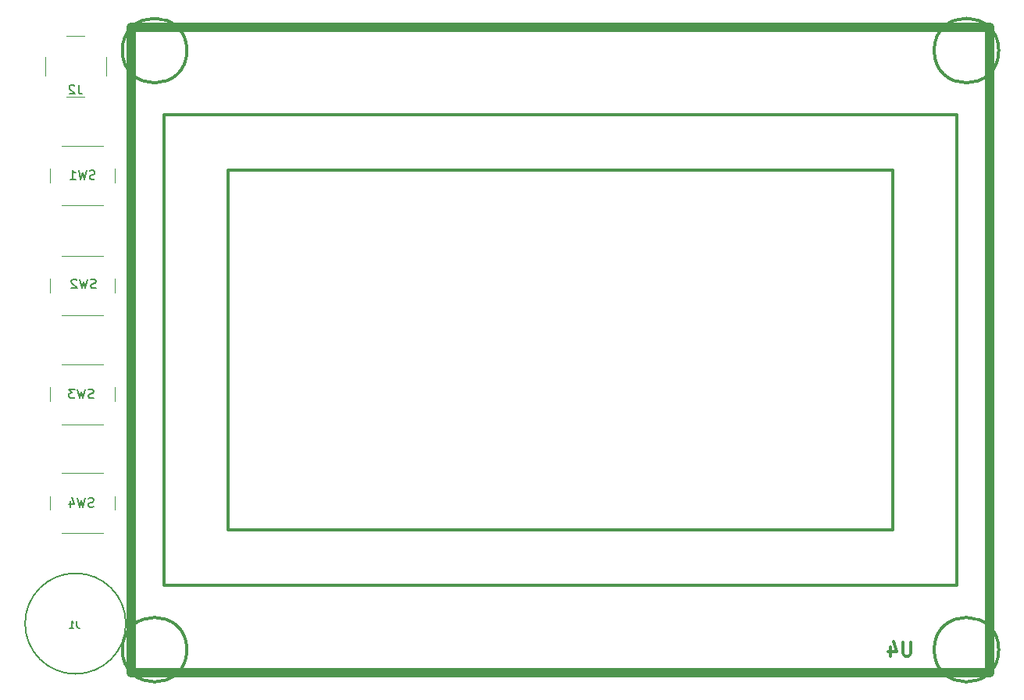
<source format=gbr>
G04 #@! TF.GenerationSoftware,KiCad,Pcbnew,(5.0.1)-4*
G04 #@! TF.CreationDate,2019-02-12T09:30:25+01:00*
G04 #@! TF.ProjectId,Noise_Meter,4E6F6973655F4D657465722E6B696361,rev?*
G04 #@! TF.SameCoordinates,Original*
G04 #@! TF.FileFunction,Legend,Bot*
G04 #@! TF.FilePolarity,Positive*
%FSLAX46Y46*%
G04 Gerber Fmt 4.6, Leading zero omitted, Abs format (unit mm)*
G04 Created by KiCad (PCBNEW (5.0.1)-4) date 12/02/2019 9:30:25*
%MOMM*%
%LPD*%
G01*
G04 APERTURE LIST*
%ADD10C,0.299720*%
%ADD11C,1.000760*%
%ADD12C,0.304800*%
%ADD13C,0.120000*%
%ADD14C,0.150000*%
%ADD15C,0.300000*%
%ADD16C,0.152400*%
G04 APERTURE END LIST*
D10*
G04 #@! TO.C,U4*
X183827420Y-79865220D02*
X111828580Y-79865220D01*
X111828580Y-79865220D02*
X111828580Y-118864380D01*
X111828580Y-118864380D02*
X183827420Y-118864380D01*
X183827420Y-118864380D02*
X183827420Y-79865220D01*
X190827660Y-73865740D02*
X104828340Y-73865740D01*
X104828340Y-73865740D02*
X104828340Y-124863860D01*
X104828340Y-124863860D02*
X190827660Y-124863860D01*
X190827660Y-124863860D02*
X190827660Y-73865740D01*
D11*
X194327780Y-134366000D02*
X194327780Y-64363600D01*
X194327780Y-64363600D02*
X101328220Y-64363600D01*
X101328220Y-64363600D02*
X101328220Y-134366000D01*
X101328220Y-134366000D02*
X194327780Y-134366000D01*
D12*
X195328540Y-66865500D02*
G75*
G03X195328540Y-66865500I-3500120J0D01*
G01*
X107327700Y-66865500D02*
G75*
G03X107327700Y-66865500I-3500120J0D01*
G01*
X107327700Y-131866640D02*
G75*
G03X107327700Y-131866640I-3500120J0D01*
G01*
X195328540Y-131864100D02*
G75*
G03X195328540Y-131864100I-3500120J0D01*
G01*
D13*
G04 #@! TO.C,J2*
X94250000Y-71880000D02*
X96250000Y-71880000D01*
X94250000Y-65280000D02*
X96250000Y-65280000D01*
X98550000Y-69580000D02*
X98550000Y-67580000D01*
X91950000Y-69580000D02*
X91950000Y-67580000D01*
G04 #@! TO.C,SW1*
X98263200Y-83681200D02*
X93763200Y-83681200D01*
X99513200Y-79681200D02*
X99513200Y-81181200D01*
X93763200Y-77181200D02*
X98263200Y-77181200D01*
X92513200Y-81181200D02*
X92513200Y-79681200D01*
G04 #@! TO.C,SW2*
X98263200Y-95619200D02*
X93763200Y-95619200D01*
X99513200Y-91619200D02*
X99513200Y-93119200D01*
X93763200Y-89119200D02*
X98263200Y-89119200D01*
X92513200Y-93119200D02*
X92513200Y-91619200D01*
G04 #@! TO.C,SW3*
X98263200Y-107404800D02*
X93763200Y-107404800D01*
X99513200Y-103404800D02*
X99513200Y-104904800D01*
X93763200Y-100904800D02*
X98263200Y-100904800D01*
X92513200Y-104904800D02*
X92513200Y-103404800D01*
G04 #@! TO.C,SW4*
X98263200Y-119190400D02*
X93763200Y-119190400D01*
X99513200Y-115190400D02*
X99513200Y-116690400D01*
X93763200Y-112690400D02*
X98263200Y-112690400D01*
X92513200Y-116690400D02*
X92513200Y-115190400D01*
D14*
G04 #@! TO.C,J1*
X100711000Y-129032000D02*
G75*
G03X100711000Y-129032000I-5461000J0D01*
G01*
G04 #@! TO.C,U4*
D15*
X185800857Y-131055371D02*
X185800857Y-132269657D01*
X185729428Y-132412514D01*
X185658000Y-132483942D01*
X185515142Y-132555371D01*
X185229428Y-132555371D01*
X185086571Y-132483942D01*
X185015142Y-132412514D01*
X184943714Y-132269657D01*
X184943714Y-131055371D01*
X183586571Y-131555371D02*
X183586571Y-132555371D01*
X183943714Y-130983942D02*
X184300857Y-132055371D01*
X183372285Y-132055371D01*
G04 #@! TO.C,J2*
D14*
X95583333Y-70572380D02*
X95583333Y-71286666D01*
X95630952Y-71429523D01*
X95726190Y-71524761D01*
X95869047Y-71572380D01*
X95964285Y-71572380D01*
X95154761Y-70667619D02*
X95107142Y-70620000D01*
X95011904Y-70572380D01*
X94773809Y-70572380D01*
X94678571Y-70620000D01*
X94630952Y-70667619D01*
X94583333Y-70762857D01*
X94583333Y-70858095D01*
X94630952Y-71000952D01*
X95202380Y-71572380D01*
X94583333Y-71572380D01*
G04 #@! TO.C,SW1*
X97345333Y-80795761D02*
X97202476Y-80843380D01*
X96964380Y-80843380D01*
X96869142Y-80795761D01*
X96821523Y-80748142D01*
X96773904Y-80652904D01*
X96773904Y-80557666D01*
X96821523Y-80462428D01*
X96869142Y-80414809D01*
X96964380Y-80367190D01*
X97154857Y-80319571D01*
X97250095Y-80271952D01*
X97297714Y-80224333D01*
X97345333Y-80129095D01*
X97345333Y-80033857D01*
X97297714Y-79938619D01*
X97250095Y-79891000D01*
X97154857Y-79843380D01*
X96916761Y-79843380D01*
X96773904Y-79891000D01*
X96440571Y-79843380D02*
X96202476Y-80843380D01*
X96012000Y-80129095D01*
X95821523Y-80843380D01*
X95583428Y-79843380D01*
X94678666Y-80843380D02*
X95250095Y-80843380D01*
X94964380Y-80843380D02*
X94964380Y-79843380D01*
X95059619Y-79986238D01*
X95154857Y-80081476D01*
X95250095Y-80129095D01*
G04 #@! TO.C,SW2*
X97472333Y-92606761D02*
X97329476Y-92654380D01*
X97091380Y-92654380D01*
X96996142Y-92606761D01*
X96948523Y-92559142D01*
X96900904Y-92463904D01*
X96900904Y-92368666D01*
X96948523Y-92273428D01*
X96996142Y-92225809D01*
X97091380Y-92178190D01*
X97281857Y-92130571D01*
X97377095Y-92082952D01*
X97424714Y-92035333D01*
X97472333Y-91940095D01*
X97472333Y-91844857D01*
X97424714Y-91749619D01*
X97377095Y-91702000D01*
X97281857Y-91654380D01*
X97043761Y-91654380D01*
X96900904Y-91702000D01*
X96567571Y-91654380D02*
X96329476Y-92654380D01*
X96139000Y-91940095D01*
X95948523Y-92654380D01*
X95710428Y-91654380D01*
X95377095Y-91749619D02*
X95329476Y-91702000D01*
X95234238Y-91654380D01*
X94996142Y-91654380D01*
X94900904Y-91702000D01*
X94853285Y-91749619D01*
X94805666Y-91844857D01*
X94805666Y-91940095D01*
X94853285Y-92082952D01*
X95424714Y-92654380D01*
X94805666Y-92654380D01*
G04 #@! TO.C,SW3*
X97218333Y-104544761D02*
X97075476Y-104592380D01*
X96837380Y-104592380D01*
X96742142Y-104544761D01*
X96694523Y-104497142D01*
X96646904Y-104401904D01*
X96646904Y-104306666D01*
X96694523Y-104211428D01*
X96742142Y-104163809D01*
X96837380Y-104116190D01*
X97027857Y-104068571D01*
X97123095Y-104020952D01*
X97170714Y-103973333D01*
X97218333Y-103878095D01*
X97218333Y-103782857D01*
X97170714Y-103687619D01*
X97123095Y-103640000D01*
X97027857Y-103592380D01*
X96789761Y-103592380D01*
X96646904Y-103640000D01*
X96313571Y-103592380D02*
X96075476Y-104592380D01*
X95885000Y-103878095D01*
X95694523Y-104592380D01*
X95456428Y-103592380D01*
X95170714Y-103592380D02*
X94551666Y-103592380D01*
X94885000Y-103973333D01*
X94742142Y-103973333D01*
X94646904Y-104020952D01*
X94599285Y-104068571D01*
X94551666Y-104163809D01*
X94551666Y-104401904D01*
X94599285Y-104497142D01*
X94646904Y-104544761D01*
X94742142Y-104592380D01*
X95027857Y-104592380D01*
X95123095Y-104544761D01*
X95170714Y-104497142D01*
G04 #@! TO.C,SW4*
X97218333Y-116355761D02*
X97075476Y-116403380D01*
X96837380Y-116403380D01*
X96742142Y-116355761D01*
X96694523Y-116308142D01*
X96646904Y-116212904D01*
X96646904Y-116117666D01*
X96694523Y-116022428D01*
X96742142Y-115974809D01*
X96837380Y-115927190D01*
X97027857Y-115879571D01*
X97123095Y-115831952D01*
X97170714Y-115784333D01*
X97218333Y-115689095D01*
X97218333Y-115593857D01*
X97170714Y-115498619D01*
X97123095Y-115451000D01*
X97027857Y-115403380D01*
X96789761Y-115403380D01*
X96646904Y-115451000D01*
X96313571Y-115403380D02*
X96075476Y-116403380D01*
X95885000Y-115689095D01*
X95694523Y-116403380D01*
X95456428Y-115403380D01*
X94646904Y-115736714D02*
X94646904Y-116403380D01*
X94885000Y-115355761D02*
X95123095Y-116070047D01*
X94504047Y-116070047D01*
G04 #@! TO.C,J1*
D16*
X95377000Y-128741714D02*
X95377000Y-129286000D01*
X95413285Y-129394857D01*
X95485857Y-129467428D01*
X95594714Y-129503714D01*
X95667285Y-129503714D01*
X94615000Y-129503714D02*
X95050428Y-129503714D01*
X94832714Y-129503714D02*
X94832714Y-128741714D01*
X94905285Y-128850571D01*
X94977857Y-128923142D01*
X95050428Y-128959428D01*
G04 #@! TD*
M02*

</source>
